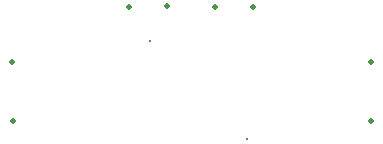
<source format=gbr>
%TF.GenerationSoftware,KiCad,Pcbnew,9.0.4*%
%TF.CreationDate,2025-09-10T15:21:49+03:00*%
%TF.ProjectId,sipm_board,7369706d-5f62-46f6-9172-642e6b696361,0.2.3*%
%TF.SameCoordinates,Original*%
%TF.FileFunction,Plated,1,2,PTH,Drill*%
%TF.FilePolarity,Positive*%
%FSLAX46Y46*%
G04 Gerber Fmt 4.6, Leading zero omitted, Abs format (unit mm)*
G04 Created by KiCad (PCBNEW 9.0.4) date 2025-09-10 15:21:49*
%MOMM*%
%LPD*%
G01*
G04 APERTURE LIST*
%TA.AperFunction,ViaDrill*%
%ADD10C,0.300000*%
%TD*%
%TA.AperFunction,ViaDrill*%
%ADD11C,0.500000*%
%TD*%
G04 APERTURE END LIST*
D10*
X147000000Y-95500000D03*
X155220000Y-103750000D03*
D11*
X135350000Y-97250000D03*
X135400000Y-102250000D03*
X145250000Y-92625000D03*
X148500000Y-92500000D03*
X152500000Y-92625000D03*
X155750000Y-92625000D03*
X165700000Y-97250000D03*
X165750000Y-102250000D03*
M02*

</source>
